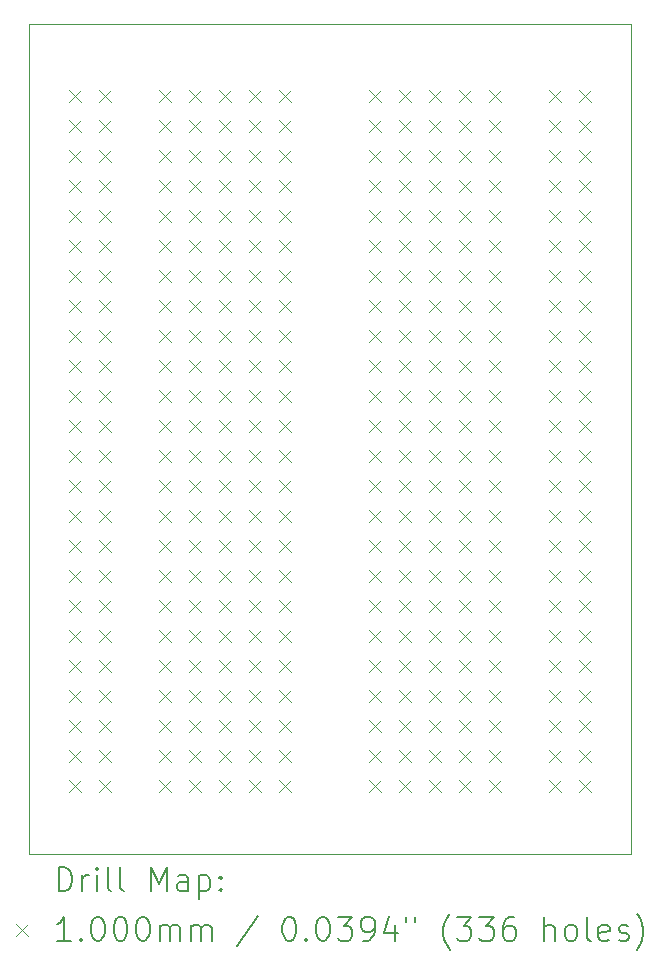
<source format=gbr>
%TF.GenerationSoftware,KiCad,Pcbnew,(6.0.8-1)-1*%
%TF.CreationDate,2022-11-13T23:54:03-06:00*%
%TF.ProjectId,BlocksBreadboard,426c6f63-6b73-4427-9265-6164626f6172,rev?*%
%TF.SameCoordinates,Original*%
%TF.FileFunction,Drillmap*%
%TF.FilePolarity,Positive*%
%FSLAX45Y45*%
G04 Gerber Fmt 4.5, Leading zero omitted, Abs format (unit mm)*
G04 Created by KiCad (PCBNEW (6.0.8-1)-1) date 2022-11-13 23:54:03*
%MOMM*%
%LPD*%
G01*
G04 APERTURE LIST*
%ADD10C,0.100000*%
%ADD11C,0.200000*%
G04 APERTURE END LIST*
D10*
X12053619Y-4470400D02*
X17156381Y-4470400D01*
X17156381Y-4470400D02*
X17156381Y-11496252D01*
X17156381Y-11496252D02*
X12053619Y-11496252D01*
X12053619Y-11496252D02*
X12053619Y-4470400D01*
D11*
D10*
X12396000Y-5031000D02*
X12496000Y-5131000D01*
X12496000Y-5031000D02*
X12396000Y-5131000D01*
X12396000Y-5285000D02*
X12496000Y-5385000D01*
X12496000Y-5285000D02*
X12396000Y-5385000D01*
X12396000Y-5539000D02*
X12496000Y-5639000D01*
X12496000Y-5539000D02*
X12396000Y-5639000D01*
X12396000Y-5793000D02*
X12496000Y-5893000D01*
X12496000Y-5793000D02*
X12396000Y-5893000D01*
X12396000Y-6047000D02*
X12496000Y-6147000D01*
X12496000Y-6047000D02*
X12396000Y-6147000D01*
X12396000Y-6301000D02*
X12496000Y-6401000D01*
X12496000Y-6301000D02*
X12396000Y-6401000D01*
X12396000Y-6555000D02*
X12496000Y-6655000D01*
X12496000Y-6555000D02*
X12396000Y-6655000D01*
X12396000Y-6809000D02*
X12496000Y-6909000D01*
X12496000Y-6809000D02*
X12396000Y-6909000D01*
X12396000Y-7063000D02*
X12496000Y-7163000D01*
X12496000Y-7063000D02*
X12396000Y-7163000D01*
X12396000Y-7317000D02*
X12496000Y-7417000D01*
X12496000Y-7317000D02*
X12396000Y-7417000D01*
X12396000Y-7571000D02*
X12496000Y-7671000D01*
X12496000Y-7571000D02*
X12396000Y-7671000D01*
X12396000Y-7825000D02*
X12496000Y-7925000D01*
X12496000Y-7825000D02*
X12396000Y-7925000D01*
X12396000Y-8079000D02*
X12496000Y-8179000D01*
X12496000Y-8079000D02*
X12396000Y-8179000D01*
X12396000Y-8333000D02*
X12496000Y-8433000D01*
X12496000Y-8333000D02*
X12396000Y-8433000D01*
X12396000Y-8587000D02*
X12496000Y-8687000D01*
X12496000Y-8587000D02*
X12396000Y-8687000D01*
X12396000Y-8841000D02*
X12496000Y-8941000D01*
X12496000Y-8841000D02*
X12396000Y-8941000D01*
X12396000Y-9095000D02*
X12496000Y-9195000D01*
X12496000Y-9095000D02*
X12396000Y-9195000D01*
X12396000Y-9349000D02*
X12496000Y-9449000D01*
X12496000Y-9349000D02*
X12396000Y-9449000D01*
X12396000Y-9603000D02*
X12496000Y-9703000D01*
X12496000Y-9603000D02*
X12396000Y-9703000D01*
X12396000Y-9857000D02*
X12496000Y-9957000D01*
X12496000Y-9857000D02*
X12396000Y-9957000D01*
X12396000Y-10111000D02*
X12496000Y-10211000D01*
X12496000Y-10111000D02*
X12396000Y-10211000D01*
X12396000Y-10365000D02*
X12496000Y-10465000D01*
X12496000Y-10365000D02*
X12396000Y-10465000D01*
X12396000Y-10619000D02*
X12496000Y-10719000D01*
X12496000Y-10619000D02*
X12396000Y-10719000D01*
X12396000Y-10873000D02*
X12496000Y-10973000D01*
X12496000Y-10873000D02*
X12396000Y-10973000D01*
X12650000Y-5031000D02*
X12750000Y-5131000D01*
X12750000Y-5031000D02*
X12650000Y-5131000D01*
X12650000Y-5285000D02*
X12750000Y-5385000D01*
X12750000Y-5285000D02*
X12650000Y-5385000D01*
X12650000Y-5539000D02*
X12750000Y-5639000D01*
X12750000Y-5539000D02*
X12650000Y-5639000D01*
X12650000Y-5793000D02*
X12750000Y-5893000D01*
X12750000Y-5793000D02*
X12650000Y-5893000D01*
X12650000Y-6047000D02*
X12750000Y-6147000D01*
X12750000Y-6047000D02*
X12650000Y-6147000D01*
X12650000Y-6301000D02*
X12750000Y-6401000D01*
X12750000Y-6301000D02*
X12650000Y-6401000D01*
X12650000Y-6555000D02*
X12750000Y-6655000D01*
X12750000Y-6555000D02*
X12650000Y-6655000D01*
X12650000Y-6809000D02*
X12750000Y-6909000D01*
X12750000Y-6809000D02*
X12650000Y-6909000D01*
X12650000Y-7063000D02*
X12750000Y-7163000D01*
X12750000Y-7063000D02*
X12650000Y-7163000D01*
X12650000Y-7317000D02*
X12750000Y-7417000D01*
X12750000Y-7317000D02*
X12650000Y-7417000D01*
X12650000Y-7571000D02*
X12750000Y-7671000D01*
X12750000Y-7571000D02*
X12650000Y-7671000D01*
X12650000Y-7825000D02*
X12750000Y-7925000D01*
X12750000Y-7825000D02*
X12650000Y-7925000D01*
X12650000Y-8079000D02*
X12750000Y-8179000D01*
X12750000Y-8079000D02*
X12650000Y-8179000D01*
X12650000Y-8333000D02*
X12750000Y-8433000D01*
X12750000Y-8333000D02*
X12650000Y-8433000D01*
X12650000Y-8587000D02*
X12750000Y-8687000D01*
X12750000Y-8587000D02*
X12650000Y-8687000D01*
X12650000Y-8841000D02*
X12750000Y-8941000D01*
X12750000Y-8841000D02*
X12650000Y-8941000D01*
X12650000Y-9095000D02*
X12750000Y-9195000D01*
X12750000Y-9095000D02*
X12650000Y-9195000D01*
X12650000Y-9349000D02*
X12750000Y-9449000D01*
X12750000Y-9349000D02*
X12650000Y-9449000D01*
X12650000Y-9603000D02*
X12750000Y-9703000D01*
X12750000Y-9603000D02*
X12650000Y-9703000D01*
X12650000Y-9857000D02*
X12750000Y-9957000D01*
X12750000Y-9857000D02*
X12650000Y-9957000D01*
X12650000Y-10111000D02*
X12750000Y-10211000D01*
X12750000Y-10111000D02*
X12650000Y-10211000D01*
X12650000Y-10365000D02*
X12750000Y-10465000D01*
X12750000Y-10365000D02*
X12650000Y-10465000D01*
X12650000Y-10619000D02*
X12750000Y-10719000D01*
X12750000Y-10619000D02*
X12650000Y-10719000D01*
X12650000Y-10873000D02*
X12750000Y-10973000D01*
X12750000Y-10873000D02*
X12650000Y-10973000D01*
X13158000Y-5031000D02*
X13258000Y-5131000D01*
X13258000Y-5031000D02*
X13158000Y-5131000D01*
X13158000Y-5285000D02*
X13258000Y-5385000D01*
X13258000Y-5285000D02*
X13158000Y-5385000D01*
X13158000Y-5539000D02*
X13258000Y-5639000D01*
X13258000Y-5539000D02*
X13158000Y-5639000D01*
X13158000Y-5793000D02*
X13258000Y-5893000D01*
X13258000Y-5793000D02*
X13158000Y-5893000D01*
X13158000Y-6047000D02*
X13258000Y-6147000D01*
X13258000Y-6047000D02*
X13158000Y-6147000D01*
X13158000Y-6301000D02*
X13258000Y-6401000D01*
X13258000Y-6301000D02*
X13158000Y-6401000D01*
X13158000Y-6555000D02*
X13258000Y-6655000D01*
X13258000Y-6555000D02*
X13158000Y-6655000D01*
X13158000Y-6809000D02*
X13258000Y-6909000D01*
X13258000Y-6809000D02*
X13158000Y-6909000D01*
X13158000Y-7063000D02*
X13258000Y-7163000D01*
X13258000Y-7063000D02*
X13158000Y-7163000D01*
X13158000Y-7317000D02*
X13258000Y-7417000D01*
X13258000Y-7317000D02*
X13158000Y-7417000D01*
X13158000Y-7571000D02*
X13258000Y-7671000D01*
X13258000Y-7571000D02*
X13158000Y-7671000D01*
X13158000Y-7825000D02*
X13258000Y-7925000D01*
X13258000Y-7825000D02*
X13158000Y-7925000D01*
X13158000Y-8079000D02*
X13258000Y-8179000D01*
X13258000Y-8079000D02*
X13158000Y-8179000D01*
X13158000Y-8333000D02*
X13258000Y-8433000D01*
X13258000Y-8333000D02*
X13158000Y-8433000D01*
X13158000Y-8587000D02*
X13258000Y-8687000D01*
X13258000Y-8587000D02*
X13158000Y-8687000D01*
X13158000Y-8841000D02*
X13258000Y-8941000D01*
X13258000Y-8841000D02*
X13158000Y-8941000D01*
X13158000Y-9095000D02*
X13258000Y-9195000D01*
X13258000Y-9095000D02*
X13158000Y-9195000D01*
X13158000Y-9349000D02*
X13258000Y-9449000D01*
X13258000Y-9349000D02*
X13158000Y-9449000D01*
X13158000Y-9603000D02*
X13258000Y-9703000D01*
X13258000Y-9603000D02*
X13158000Y-9703000D01*
X13158000Y-9857000D02*
X13258000Y-9957000D01*
X13258000Y-9857000D02*
X13158000Y-9957000D01*
X13158000Y-10111000D02*
X13258000Y-10211000D01*
X13258000Y-10111000D02*
X13158000Y-10211000D01*
X13158000Y-10365000D02*
X13258000Y-10465000D01*
X13258000Y-10365000D02*
X13158000Y-10465000D01*
X13158000Y-10619000D02*
X13258000Y-10719000D01*
X13258000Y-10619000D02*
X13158000Y-10719000D01*
X13158000Y-10873000D02*
X13258000Y-10973000D01*
X13258000Y-10873000D02*
X13158000Y-10973000D01*
X13412000Y-5031000D02*
X13512000Y-5131000D01*
X13512000Y-5031000D02*
X13412000Y-5131000D01*
X13412000Y-5285000D02*
X13512000Y-5385000D01*
X13512000Y-5285000D02*
X13412000Y-5385000D01*
X13412000Y-5539000D02*
X13512000Y-5639000D01*
X13512000Y-5539000D02*
X13412000Y-5639000D01*
X13412000Y-5793000D02*
X13512000Y-5893000D01*
X13512000Y-5793000D02*
X13412000Y-5893000D01*
X13412000Y-6047000D02*
X13512000Y-6147000D01*
X13512000Y-6047000D02*
X13412000Y-6147000D01*
X13412000Y-6301000D02*
X13512000Y-6401000D01*
X13512000Y-6301000D02*
X13412000Y-6401000D01*
X13412000Y-6555000D02*
X13512000Y-6655000D01*
X13512000Y-6555000D02*
X13412000Y-6655000D01*
X13412000Y-6809000D02*
X13512000Y-6909000D01*
X13512000Y-6809000D02*
X13412000Y-6909000D01*
X13412000Y-7063000D02*
X13512000Y-7163000D01*
X13512000Y-7063000D02*
X13412000Y-7163000D01*
X13412000Y-7317000D02*
X13512000Y-7417000D01*
X13512000Y-7317000D02*
X13412000Y-7417000D01*
X13412000Y-7571000D02*
X13512000Y-7671000D01*
X13512000Y-7571000D02*
X13412000Y-7671000D01*
X13412000Y-7825000D02*
X13512000Y-7925000D01*
X13512000Y-7825000D02*
X13412000Y-7925000D01*
X13412000Y-8079000D02*
X13512000Y-8179000D01*
X13512000Y-8079000D02*
X13412000Y-8179000D01*
X13412000Y-8333000D02*
X13512000Y-8433000D01*
X13512000Y-8333000D02*
X13412000Y-8433000D01*
X13412000Y-8587000D02*
X13512000Y-8687000D01*
X13512000Y-8587000D02*
X13412000Y-8687000D01*
X13412000Y-8841000D02*
X13512000Y-8941000D01*
X13512000Y-8841000D02*
X13412000Y-8941000D01*
X13412000Y-9095000D02*
X13512000Y-9195000D01*
X13512000Y-9095000D02*
X13412000Y-9195000D01*
X13412000Y-9349000D02*
X13512000Y-9449000D01*
X13512000Y-9349000D02*
X13412000Y-9449000D01*
X13412000Y-9603000D02*
X13512000Y-9703000D01*
X13512000Y-9603000D02*
X13412000Y-9703000D01*
X13412000Y-9857000D02*
X13512000Y-9957000D01*
X13512000Y-9857000D02*
X13412000Y-9957000D01*
X13412000Y-10111000D02*
X13512000Y-10211000D01*
X13512000Y-10111000D02*
X13412000Y-10211000D01*
X13412000Y-10365000D02*
X13512000Y-10465000D01*
X13512000Y-10365000D02*
X13412000Y-10465000D01*
X13412000Y-10619000D02*
X13512000Y-10719000D01*
X13512000Y-10619000D02*
X13412000Y-10719000D01*
X13412000Y-10873000D02*
X13512000Y-10973000D01*
X13512000Y-10873000D02*
X13412000Y-10973000D01*
X13666000Y-5031000D02*
X13766000Y-5131000D01*
X13766000Y-5031000D02*
X13666000Y-5131000D01*
X13666000Y-5285000D02*
X13766000Y-5385000D01*
X13766000Y-5285000D02*
X13666000Y-5385000D01*
X13666000Y-5539000D02*
X13766000Y-5639000D01*
X13766000Y-5539000D02*
X13666000Y-5639000D01*
X13666000Y-5793000D02*
X13766000Y-5893000D01*
X13766000Y-5793000D02*
X13666000Y-5893000D01*
X13666000Y-6047000D02*
X13766000Y-6147000D01*
X13766000Y-6047000D02*
X13666000Y-6147000D01*
X13666000Y-6301000D02*
X13766000Y-6401000D01*
X13766000Y-6301000D02*
X13666000Y-6401000D01*
X13666000Y-6555000D02*
X13766000Y-6655000D01*
X13766000Y-6555000D02*
X13666000Y-6655000D01*
X13666000Y-6809000D02*
X13766000Y-6909000D01*
X13766000Y-6809000D02*
X13666000Y-6909000D01*
X13666000Y-7063000D02*
X13766000Y-7163000D01*
X13766000Y-7063000D02*
X13666000Y-7163000D01*
X13666000Y-7317000D02*
X13766000Y-7417000D01*
X13766000Y-7317000D02*
X13666000Y-7417000D01*
X13666000Y-7571000D02*
X13766000Y-7671000D01*
X13766000Y-7571000D02*
X13666000Y-7671000D01*
X13666000Y-7825000D02*
X13766000Y-7925000D01*
X13766000Y-7825000D02*
X13666000Y-7925000D01*
X13666000Y-8079000D02*
X13766000Y-8179000D01*
X13766000Y-8079000D02*
X13666000Y-8179000D01*
X13666000Y-8333000D02*
X13766000Y-8433000D01*
X13766000Y-8333000D02*
X13666000Y-8433000D01*
X13666000Y-8587000D02*
X13766000Y-8687000D01*
X13766000Y-8587000D02*
X13666000Y-8687000D01*
X13666000Y-8841000D02*
X13766000Y-8941000D01*
X13766000Y-8841000D02*
X13666000Y-8941000D01*
X13666000Y-9095000D02*
X13766000Y-9195000D01*
X13766000Y-9095000D02*
X13666000Y-9195000D01*
X13666000Y-9349000D02*
X13766000Y-9449000D01*
X13766000Y-9349000D02*
X13666000Y-9449000D01*
X13666000Y-9603000D02*
X13766000Y-9703000D01*
X13766000Y-9603000D02*
X13666000Y-9703000D01*
X13666000Y-9857000D02*
X13766000Y-9957000D01*
X13766000Y-9857000D02*
X13666000Y-9957000D01*
X13666000Y-10111000D02*
X13766000Y-10211000D01*
X13766000Y-10111000D02*
X13666000Y-10211000D01*
X13666000Y-10365000D02*
X13766000Y-10465000D01*
X13766000Y-10365000D02*
X13666000Y-10465000D01*
X13666000Y-10619000D02*
X13766000Y-10719000D01*
X13766000Y-10619000D02*
X13666000Y-10719000D01*
X13666000Y-10873000D02*
X13766000Y-10973000D01*
X13766000Y-10873000D02*
X13666000Y-10973000D01*
X13920000Y-5031000D02*
X14020000Y-5131000D01*
X14020000Y-5031000D02*
X13920000Y-5131000D01*
X13920000Y-5285000D02*
X14020000Y-5385000D01*
X14020000Y-5285000D02*
X13920000Y-5385000D01*
X13920000Y-5539000D02*
X14020000Y-5639000D01*
X14020000Y-5539000D02*
X13920000Y-5639000D01*
X13920000Y-5793000D02*
X14020000Y-5893000D01*
X14020000Y-5793000D02*
X13920000Y-5893000D01*
X13920000Y-6047000D02*
X14020000Y-6147000D01*
X14020000Y-6047000D02*
X13920000Y-6147000D01*
X13920000Y-6301000D02*
X14020000Y-6401000D01*
X14020000Y-6301000D02*
X13920000Y-6401000D01*
X13920000Y-6555000D02*
X14020000Y-6655000D01*
X14020000Y-6555000D02*
X13920000Y-6655000D01*
X13920000Y-6809000D02*
X14020000Y-6909000D01*
X14020000Y-6809000D02*
X13920000Y-6909000D01*
X13920000Y-7063000D02*
X14020000Y-7163000D01*
X14020000Y-7063000D02*
X13920000Y-7163000D01*
X13920000Y-7317000D02*
X14020000Y-7417000D01*
X14020000Y-7317000D02*
X13920000Y-7417000D01*
X13920000Y-7571000D02*
X14020000Y-7671000D01*
X14020000Y-7571000D02*
X13920000Y-7671000D01*
X13920000Y-7825000D02*
X14020000Y-7925000D01*
X14020000Y-7825000D02*
X13920000Y-7925000D01*
X13920000Y-8079000D02*
X14020000Y-8179000D01*
X14020000Y-8079000D02*
X13920000Y-8179000D01*
X13920000Y-8333000D02*
X14020000Y-8433000D01*
X14020000Y-8333000D02*
X13920000Y-8433000D01*
X13920000Y-8587000D02*
X14020000Y-8687000D01*
X14020000Y-8587000D02*
X13920000Y-8687000D01*
X13920000Y-8841000D02*
X14020000Y-8941000D01*
X14020000Y-8841000D02*
X13920000Y-8941000D01*
X13920000Y-9095000D02*
X14020000Y-9195000D01*
X14020000Y-9095000D02*
X13920000Y-9195000D01*
X13920000Y-9349000D02*
X14020000Y-9449000D01*
X14020000Y-9349000D02*
X13920000Y-9449000D01*
X13920000Y-9603000D02*
X14020000Y-9703000D01*
X14020000Y-9603000D02*
X13920000Y-9703000D01*
X13920000Y-9857000D02*
X14020000Y-9957000D01*
X14020000Y-9857000D02*
X13920000Y-9957000D01*
X13920000Y-10111000D02*
X14020000Y-10211000D01*
X14020000Y-10111000D02*
X13920000Y-10211000D01*
X13920000Y-10365000D02*
X14020000Y-10465000D01*
X14020000Y-10365000D02*
X13920000Y-10465000D01*
X13920000Y-10619000D02*
X14020000Y-10719000D01*
X14020000Y-10619000D02*
X13920000Y-10719000D01*
X13920000Y-10873000D02*
X14020000Y-10973000D01*
X14020000Y-10873000D02*
X13920000Y-10973000D01*
X14174000Y-5031000D02*
X14274000Y-5131000D01*
X14274000Y-5031000D02*
X14174000Y-5131000D01*
X14174000Y-5285000D02*
X14274000Y-5385000D01*
X14274000Y-5285000D02*
X14174000Y-5385000D01*
X14174000Y-5539000D02*
X14274000Y-5639000D01*
X14274000Y-5539000D02*
X14174000Y-5639000D01*
X14174000Y-5793000D02*
X14274000Y-5893000D01*
X14274000Y-5793000D02*
X14174000Y-5893000D01*
X14174000Y-6047000D02*
X14274000Y-6147000D01*
X14274000Y-6047000D02*
X14174000Y-6147000D01*
X14174000Y-6301000D02*
X14274000Y-6401000D01*
X14274000Y-6301000D02*
X14174000Y-6401000D01*
X14174000Y-6555000D02*
X14274000Y-6655000D01*
X14274000Y-6555000D02*
X14174000Y-6655000D01*
X14174000Y-6809000D02*
X14274000Y-6909000D01*
X14274000Y-6809000D02*
X14174000Y-6909000D01*
X14174000Y-7063000D02*
X14274000Y-7163000D01*
X14274000Y-7063000D02*
X14174000Y-7163000D01*
X14174000Y-7317000D02*
X14274000Y-7417000D01*
X14274000Y-7317000D02*
X14174000Y-7417000D01*
X14174000Y-7571000D02*
X14274000Y-7671000D01*
X14274000Y-7571000D02*
X14174000Y-7671000D01*
X14174000Y-7825000D02*
X14274000Y-7925000D01*
X14274000Y-7825000D02*
X14174000Y-7925000D01*
X14174000Y-8079000D02*
X14274000Y-8179000D01*
X14274000Y-8079000D02*
X14174000Y-8179000D01*
X14174000Y-8333000D02*
X14274000Y-8433000D01*
X14274000Y-8333000D02*
X14174000Y-8433000D01*
X14174000Y-8587000D02*
X14274000Y-8687000D01*
X14274000Y-8587000D02*
X14174000Y-8687000D01*
X14174000Y-8841000D02*
X14274000Y-8941000D01*
X14274000Y-8841000D02*
X14174000Y-8941000D01*
X14174000Y-9095000D02*
X14274000Y-9195000D01*
X14274000Y-9095000D02*
X14174000Y-9195000D01*
X14174000Y-9349000D02*
X14274000Y-9449000D01*
X14274000Y-9349000D02*
X14174000Y-9449000D01*
X14174000Y-9603000D02*
X14274000Y-9703000D01*
X14274000Y-9603000D02*
X14174000Y-9703000D01*
X14174000Y-9857000D02*
X14274000Y-9957000D01*
X14274000Y-9857000D02*
X14174000Y-9957000D01*
X14174000Y-10111000D02*
X14274000Y-10211000D01*
X14274000Y-10111000D02*
X14174000Y-10211000D01*
X14174000Y-10365000D02*
X14274000Y-10465000D01*
X14274000Y-10365000D02*
X14174000Y-10465000D01*
X14174000Y-10619000D02*
X14274000Y-10719000D01*
X14274000Y-10619000D02*
X14174000Y-10719000D01*
X14174000Y-10873000D02*
X14274000Y-10973000D01*
X14274000Y-10873000D02*
X14174000Y-10973000D01*
X14936000Y-5031000D02*
X15036000Y-5131000D01*
X15036000Y-5031000D02*
X14936000Y-5131000D01*
X14936000Y-5285000D02*
X15036000Y-5385000D01*
X15036000Y-5285000D02*
X14936000Y-5385000D01*
X14936000Y-5539000D02*
X15036000Y-5639000D01*
X15036000Y-5539000D02*
X14936000Y-5639000D01*
X14936000Y-5793000D02*
X15036000Y-5893000D01*
X15036000Y-5793000D02*
X14936000Y-5893000D01*
X14936000Y-6047000D02*
X15036000Y-6147000D01*
X15036000Y-6047000D02*
X14936000Y-6147000D01*
X14936000Y-6301000D02*
X15036000Y-6401000D01*
X15036000Y-6301000D02*
X14936000Y-6401000D01*
X14936000Y-6555000D02*
X15036000Y-6655000D01*
X15036000Y-6555000D02*
X14936000Y-6655000D01*
X14936000Y-6809000D02*
X15036000Y-6909000D01*
X15036000Y-6809000D02*
X14936000Y-6909000D01*
X14936000Y-7063000D02*
X15036000Y-7163000D01*
X15036000Y-7063000D02*
X14936000Y-7163000D01*
X14936000Y-7317000D02*
X15036000Y-7417000D01*
X15036000Y-7317000D02*
X14936000Y-7417000D01*
X14936000Y-7571000D02*
X15036000Y-7671000D01*
X15036000Y-7571000D02*
X14936000Y-7671000D01*
X14936000Y-7825000D02*
X15036000Y-7925000D01*
X15036000Y-7825000D02*
X14936000Y-7925000D01*
X14936000Y-8079000D02*
X15036000Y-8179000D01*
X15036000Y-8079000D02*
X14936000Y-8179000D01*
X14936000Y-8333000D02*
X15036000Y-8433000D01*
X15036000Y-8333000D02*
X14936000Y-8433000D01*
X14936000Y-8587000D02*
X15036000Y-8687000D01*
X15036000Y-8587000D02*
X14936000Y-8687000D01*
X14936000Y-8841000D02*
X15036000Y-8941000D01*
X15036000Y-8841000D02*
X14936000Y-8941000D01*
X14936000Y-9095000D02*
X15036000Y-9195000D01*
X15036000Y-9095000D02*
X14936000Y-9195000D01*
X14936000Y-9349000D02*
X15036000Y-9449000D01*
X15036000Y-9349000D02*
X14936000Y-9449000D01*
X14936000Y-9603000D02*
X15036000Y-9703000D01*
X15036000Y-9603000D02*
X14936000Y-9703000D01*
X14936000Y-9857000D02*
X15036000Y-9957000D01*
X15036000Y-9857000D02*
X14936000Y-9957000D01*
X14936000Y-10111000D02*
X15036000Y-10211000D01*
X15036000Y-10111000D02*
X14936000Y-10211000D01*
X14936000Y-10365000D02*
X15036000Y-10465000D01*
X15036000Y-10365000D02*
X14936000Y-10465000D01*
X14936000Y-10619000D02*
X15036000Y-10719000D01*
X15036000Y-10619000D02*
X14936000Y-10719000D01*
X14936000Y-10873000D02*
X15036000Y-10973000D01*
X15036000Y-10873000D02*
X14936000Y-10973000D01*
X15190000Y-5031000D02*
X15290000Y-5131000D01*
X15290000Y-5031000D02*
X15190000Y-5131000D01*
X15190000Y-5285000D02*
X15290000Y-5385000D01*
X15290000Y-5285000D02*
X15190000Y-5385000D01*
X15190000Y-5539000D02*
X15290000Y-5639000D01*
X15290000Y-5539000D02*
X15190000Y-5639000D01*
X15190000Y-5793000D02*
X15290000Y-5893000D01*
X15290000Y-5793000D02*
X15190000Y-5893000D01*
X15190000Y-6047000D02*
X15290000Y-6147000D01*
X15290000Y-6047000D02*
X15190000Y-6147000D01*
X15190000Y-6301000D02*
X15290000Y-6401000D01*
X15290000Y-6301000D02*
X15190000Y-6401000D01*
X15190000Y-6555000D02*
X15290000Y-6655000D01*
X15290000Y-6555000D02*
X15190000Y-6655000D01*
X15190000Y-6809000D02*
X15290000Y-6909000D01*
X15290000Y-6809000D02*
X15190000Y-6909000D01*
X15190000Y-7063000D02*
X15290000Y-7163000D01*
X15290000Y-7063000D02*
X15190000Y-7163000D01*
X15190000Y-7317000D02*
X15290000Y-7417000D01*
X15290000Y-7317000D02*
X15190000Y-7417000D01*
X15190000Y-7571000D02*
X15290000Y-7671000D01*
X15290000Y-7571000D02*
X15190000Y-7671000D01*
X15190000Y-7825000D02*
X15290000Y-7925000D01*
X15290000Y-7825000D02*
X15190000Y-7925000D01*
X15190000Y-8079000D02*
X15290000Y-8179000D01*
X15290000Y-8079000D02*
X15190000Y-8179000D01*
X15190000Y-8333000D02*
X15290000Y-8433000D01*
X15290000Y-8333000D02*
X15190000Y-8433000D01*
X15190000Y-8587000D02*
X15290000Y-8687000D01*
X15290000Y-8587000D02*
X15190000Y-8687000D01*
X15190000Y-8841000D02*
X15290000Y-8941000D01*
X15290000Y-8841000D02*
X15190000Y-8941000D01*
X15190000Y-9095000D02*
X15290000Y-9195000D01*
X15290000Y-9095000D02*
X15190000Y-9195000D01*
X15190000Y-9349000D02*
X15290000Y-9449000D01*
X15290000Y-9349000D02*
X15190000Y-9449000D01*
X15190000Y-9603000D02*
X15290000Y-9703000D01*
X15290000Y-9603000D02*
X15190000Y-9703000D01*
X15190000Y-9857000D02*
X15290000Y-9957000D01*
X15290000Y-9857000D02*
X15190000Y-9957000D01*
X15190000Y-10111000D02*
X15290000Y-10211000D01*
X15290000Y-10111000D02*
X15190000Y-10211000D01*
X15190000Y-10365000D02*
X15290000Y-10465000D01*
X15290000Y-10365000D02*
X15190000Y-10465000D01*
X15190000Y-10619000D02*
X15290000Y-10719000D01*
X15290000Y-10619000D02*
X15190000Y-10719000D01*
X15190000Y-10873000D02*
X15290000Y-10973000D01*
X15290000Y-10873000D02*
X15190000Y-10973000D01*
X15444000Y-5031000D02*
X15544000Y-5131000D01*
X15544000Y-5031000D02*
X15444000Y-5131000D01*
X15444000Y-5285000D02*
X15544000Y-5385000D01*
X15544000Y-5285000D02*
X15444000Y-5385000D01*
X15444000Y-5539000D02*
X15544000Y-5639000D01*
X15544000Y-5539000D02*
X15444000Y-5639000D01*
X15444000Y-5793000D02*
X15544000Y-5893000D01*
X15544000Y-5793000D02*
X15444000Y-5893000D01*
X15444000Y-6047000D02*
X15544000Y-6147000D01*
X15544000Y-6047000D02*
X15444000Y-6147000D01*
X15444000Y-6301000D02*
X15544000Y-6401000D01*
X15544000Y-6301000D02*
X15444000Y-6401000D01*
X15444000Y-6555000D02*
X15544000Y-6655000D01*
X15544000Y-6555000D02*
X15444000Y-6655000D01*
X15444000Y-6809000D02*
X15544000Y-6909000D01*
X15544000Y-6809000D02*
X15444000Y-6909000D01*
X15444000Y-7063000D02*
X15544000Y-7163000D01*
X15544000Y-7063000D02*
X15444000Y-7163000D01*
X15444000Y-7317000D02*
X15544000Y-7417000D01*
X15544000Y-7317000D02*
X15444000Y-7417000D01*
X15444000Y-7571000D02*
X15544000Y-7671000D01*
X15544000Y-7571000D02*
X15444000Y-7671000D01*
X15444000Y-7825000D02*
X15544000Y-7925000D01*
X15544000Y-7825000D02*
X15444000Y-7925000D01*
X15444000Y-8079000D02*
X15544000Y-8179000D01*
X15544000Y-8079000D02*
X15444000Y-8179000D01*
X15444000Y-8333000D02*
X15544000Y-8433000D01*
X15544000Y-8333000D02*
X15444000Y-8433000D01*
X15444000Y-8587000D02*
X15544000Y-8687000D01*
X15544000Y-8587000D02*
X15444000Y-8687000D01*
X15444000Y-8841000D02*
X15544000Y-8941000D01*
X15544000Y-8841000D02*
X15444000Y-8941000D01*
X15444000Y-9095000D02*
X15544000Y-9195000D01*
X15544000Y-9095000D02*
X15444000Y-9195000D01*
X15444000Y-9349000D02*
X15544000Y-9449000D01*
X15544000Y-9349000D02*
X15444000Y-9449000D01*
X15444000Y-9603000D02*
X15544000Y-9703000D01*
X15544000Y-9603000D02*
X15444000Y-9703000D01*
X15444000Y-9857000D02*
X15544000Y-9957000D01*
X15544000Y-9857000D02*
X15444000Y-9957000D01*
X15444000Y-10111000D02*
X15544000Y-10211000D01*
X15544000Y-10111000D02*
X15444000Y-10211000D01*
X15444000Y-10365000D02*
X15544000Y-10465000D01*
X15544000Y-10365000D02*
X15444000Y-10465000D01*
X15444000Y-10619000D02*
X15544000Y-10719000D01*
X15544000Y-10619000D02*
X15444000Y-10719000D01*
X15444000Y-10873000D02*
X15544000Y-10973000D01*
X15544000Y-10873000D02*
X15444000Y-10973000D01*
X15698000Y-5031000D02*
X15798000Y-5131000D01*
X15798000Y-5031000D02*
X15698000Y-5131000D01*
X15698000Y-5285000D02*
X15798000Y-5385000D01*
X15798000Y-5285000D02*
X15698000Y-5385000D01*
X15698000Y-5539000D02*
X15798000Y-5639000D01*
X15798000Y-5539000D02*
X15698000Y-5639000D01*
X15698000Y-5793000D02*
X15798000Y-5893000D01*
X15798000Y-5793000D02*
X15698000Y-5893000D01*
X15698000Y-6047000D02*
X15798000Y-6147000D01*
X15798000Y-6047000D02*
X15698000Y-6147000D01*
X15698000Y-6301000D02*
X15798000Y-6401000D01*
X15798000Y-6301000D02*
X15698000Y-6401000D01*
X15698000Y-6555000D02*
X15798000Y-6655000D01*
X15798000Y-6555000D02*
X15698000Y-6655000D01*
X15698000Y-6809000D02*
X15798000Y-6909000D01*
X15798000Y-6809000D02*
X15698000Y-6909000D01*
X15698000Y-7063000D02*
X15798000Y-7163000D01*
X15798000Y-7063000D02*
X15698000Y-7163000D01*
X15698000Y-7317000D02*
X15798000Y-7417000D01*
X15798000Y-7317000D02*
X15698000Y-7417000D01*
X15698000Y-7571000D02*
X15798000Y-7671000D01*
X15798000Y-7571000D02*
X15698000Y-7671000D01*
X15698000Y-7825000D02*
X15798000Y-7925000D01*
X15798000Y-7825000D02*
X15698000Y-7925000D01*
X15698000Y-8079000D02*
X15798000Y-8179000D01*
X15798000Y-8079000D02*
X15698000Y-8179000D01*
X15698000Y-8333000D02*
X15798000Y-8433000D01*
X15798000Y-8333000D02*
X15698000Y-8433000D01*
X15698000Y-8587000D02*
X15798000Y-8687000D01*
X15798000Y-8587000D02*
X15698000Y-8687000D01*
X15698000Y-8841000D02*
X15798000Y-8941000D01*
X15798000Y-8841000D02*
X15698000Y-8941000D01*
X15698000Y-9095000D02*
X15798000Y-9195000D01*
X15798000Y-9095000D02*
X15698000Y-9195000D01*
X15698000Y-9349000D02*
X15798000Y-9449000D01*
X15798000Y-9349000D02*
X15698000Y-9449000D01*
X15698000Y-9603000D02*
X15798000Y-9703000D01*
X15798000Y-9603000D02*
X15698000Y-9703000D01*
X15698000Y-9857000D02*
X15798000Y-9957000D01*
X15798000Y-9857000D02*
X15698000Y-9957000D01*
X15698000Y-10111000D02*
X15798000Y-10211000D01*
X15798000Y-10111000D02*
X15698000Y-10211000D01*
X15698000Y-10365000D02*
X15798000Y-10465000D01*
X15798000Y-10365000D02*
X15698000Y-10465000D01*
X15698000Y-10619000D02*
X15798000Y-10719000D01*
X15798000Y-10619000D02*
X15698000Y-10719000D01*
X15698000Y-10873000D02*
X15798000Y-10973000D01*
X15798000Y-10873000D02*
X15698000Y-10973000D01*
X15952000Y-5031000D02*
X16052000Y-5131000D01*
X16052000Y-5031000D02*
X15952000Y-5131000D01*
X15952000Y-5285000D02*
X16052000Y-5385000D01*
X16052000Y-5285000D02*
X15952000Y-5385000D01*
X15952000Y-5539000D02*
X16052000Y-5639000D01*
X16052000Y-5539000D02*
X15952000Y-5639000D01*
X15952000Y-5793000D02*
X16052000Y-5893000D01*
X16052000Y-5793000D02*
X15952000Y-5893000D01*
X15952000Y-6047000D02*
X16052000Y-6147000D01*
X16052000Y-6047000D02*
X15952000Y-6147000D01*
X15952000Y-6301000D02*
X16052000Y-6401000D01*
X16052000Y-6301000D02*
X15952000Y-6401000D01*
X15952000Y-6555000D02*
X16052000Y-6655000D01*
X16052000Y-6555000D02*
X15952000Y-6655000D01*
X15952000Y-6809000D02*
X16052000Y-6909000D01*
X16052000Y-6809000D02*
X15952000Y-6909000D01*
X15952000Y-7063000D02*
X16052000Y-7163000D01*
X16052000Y-7063000D02*
X15952000Y-7163000D01*
X15952000Y-7317000D02*
X16052000Y-7417000D01*
X16052000Y-7317000D02*
X15952000Y-7417000D01*
X15952000Y-7571000D02*
X16052000Y-7671000D01*
X16052000Y-7571000D02*
X15952000Y-7671000D01*
X15952000Y-7825000D02*
X16052000Y-7925000D01*
X16052000Y-7825000D02*
X15952000Y-7925000D01*
X15952000Y-8079000D02*
X16052000Y-8179000D01*
X16052000Y-8079000D02*
X15952000Y-8179000D01*
X15952000Y-8333000D02*
X16052000Y-8433000D01*
X16052000Y-8333000D02*
X15952000Y-8433000D01*
X15952000Y-8587000D02*
X16052000Y-8687000D01*
X16052000Y-8587000D02*
X15952000Y-8687000D01*
X15952000Y-8841000D02*
X16052000Y-8941000D01*
X16052000Y-8841000D02*
X15952000Y-8941000D01*
X15952000Y-9095000D02*
X16052000Y-9195000D01*
X16052000Y-9095000D02*
X15952000Y-9195000D01*
X15952000Y-9349000D02*
X16052000Y-9449000D01*
X16052000Y-9349000D02*
X15952000Y-9449000D01*
X15952000Y-9603000D02*
X16052000Y-9703000D01*
X16052000Y-9603000D02*
X15952000Y-9703000D01*
X15952000Y-9857000D02*
X16052000Y-9957000D01*
X16052000Y-9857000D02*
X15952000Y-9957000D01*
X15952000Y-10111000D02*
X16052000Y-10211000D01*
X16052000Y-10111000D02*
X15952000Y-10211000D01*
X15952000Y-10365000D02*
X16052000Y-10465000D01*
X16052000Y-10365000D02*
X15952000Y-10465000D01*
X15952000Y-10619000D02*
X16052000Y-10719000D01*
X16052000Y-10619000D02*
X15952000Y-10719000D01*
X15952000Y-10873000D02*
X16052000Y-10973000D01*
X16052000Y-10873000D02*
X15952000Y-10973000D01*
X16460000Y-5031000D02*
X16560000Y-5131000D01*
X16560000Y-5031000D02*
X16460000Y-5131000D01*
X16460000Y-5285000D02*
X16560000Y-5385000D01*
X16560000Y-5285000D02*
X16460000Y-5385000D01*
X16460000Y-5539000D02*
X16560000Y-5639000D01*
X16560000Y-5539000D02*
X16460000Y-5639000D01*
X16460000Y-5793000D02*
X16560000Y-5893000D01*
X16560000Y-5793000D02*
X16460000Y-5893000D01*
X16460000Y-6047000D02*
X16560000Y-6147000D01*
X16560000Y-6047000D02*
X16460000Y-6147000D01*
X16460000Y-6301000D02*
X16560000Y-6401000D01*
X16560000Y-6301000D02*
X16460000Y-6401000D01*
X16460000Y-6555000D02*
X16560000Y-6655000D01*
X16560000Y-6555000D02*
X16460000Y-6655000D01*
X16460000Y-6809000D02*
X16560000Y-6909000D01*
X16560000Y-6809000D02*
X16460000Y-6909000D01*
X16460000Y-7063000D02*
X16560000Y-7163000D01*
X16560000Y-7063000D02*
X16460000Y-7163000D01*
X16460000Y-7317000D02*
X16560000Y-7417000D01*
X16560000Y-7317000D02*
X16460000Y-7417000D01*
X16460000Y-7571000D02*
X16560000Y-7671000D01*
X16560000Y-7571000D02*
X16460000Y-7671000D01*
X16460000Y-7825000D02*
X16560000Y-7925000D01*
X16560000Y-7825000D02*
X16460000Y-7925000D01*
X16460000Y-8079000D02*
X16560000Y-8179000D01*
X16560000Y-8079000D02*
X16460000Y-8179000D01*
X16460000Y-8333000D02*
X16560000Y-8433000D01*
X16560000Y-8333000D02*
X16460000Y-8433000D01*
X16460000Y-8587000D02*
X16560000Y-8687000D01*
X16560000Y-8587000D02*
X16460000Y-8687000D01*
X16460000Y-8841000D02*
X16560000Y-8941000D01*
X16560000Y-8841000D02*
X16460000Y-8941000D01*
X16460000Y-9095000D02*
X16560000Y-9195000D01*
X16560000Y-9095000D02*
X16460000Y-9195000D01*
X16460000Y-9349000D02*
X16560000Y-9449000D01*
X16560000Y-9349000D02*
X16460000Y-9449000D01*
X16460000Y-9603000D02*
X16560000Y-9703000D01*
X16560000Y-9603000D02*
X16460000Y-9703000D01*
X16460000Y-9857000D02*
X16560000Y-9957000D01*
X16560000Y-9857000D02*
X16460000Y-9957000D01*
X16460000Y-10111000D02*
X16560000Y-10211000D01*
X16560000Y-10111000D02*
X16460000Y-10211000D01*
X16460000Y-10365000D02*
X16560000Y-10465000D01*
X16560000Y-10365000D02*
X16460000Y-10465000D01*
X16460000Y-10619000D02*
X16560000Y-10719000D01*
X16560000Y-10619000D02*
X16460000Y-10719000D01*
X16460000Y-10873000D02*
X16560000Y-10973000D01*
X16560000Y-10873000D02*
X16460000Y-10973000D01*
X16714000Y-5031000D02*
X16814000Y-5131000D01*
X16814000Y-5031000D02*
X16714000Y-5131000D01*
X16714000Y-5285000D02*
X16814000Y-5385000D01*
X16814000Y-5285000D02*
X16714000Y-5385000D01*
X16714000Y-5539000D02*
X16814000Y-5639000D01*
X16814000Y-5539000D02*
X16714000Y-5639000D01*
X16714000Y-5793000D02*
X16814000Y-5893000D01*
X16814000Y-5793000D02*
X16714000Y-5893000D01*
X16714000Y-6047000D02*
X16814000Y-6147000D01*
X16814000Y-6047000D02*
X16714000Y-6147000D01*
X16714000Y-6301000D02*
X16814000Y-6401000D01*
X16814000Y-6301000D02*
X16714000Y-6401000D01*
X16714000Y-6555000D02*
X16814000Y-6655000D01*
X16814000Y-6555000D02*
X16714000Y-6655000D01*
X16714000Y-6809000D02*
X16814000Y-6909000D01*
X16814000Y-6809000D02*
X16714000Y-6909000D01*
X16714000Y-7063000D02*
X16814000Y-7163000D01*
X16814000Y-7063000D02*
X16714000Y-7163000D01*
X16714000Y-7317000D02*
X16814000Y-7417000D01*
X16814000Y-7317000D02*
X16714000Y-7417000D01*
X16714000Y-7571000D02*
X16814000Y-7671000D01*
X16814000Y-7571000D02*
X16714000Y-7671000D01*
X16714000Y-7825000D02*
X16814000Y-7925000D01*
X16814000Y-7825000D02*
X16714000Y-7925000D01*
X16714000Y-8079000D02*
X16814000Y-8179000D01*
X16814000Y-8079000D02*
X16714000Y-8179000D01*
X16714000Y-8333000D02*
X16814000Y-8433000D01*
X16814000Y-8333000D02*
X16714000Y-8433000D01*
X16714000Y-8587000D02*
X16814000Y-8687000D01*
X16814000Y-8587000D02*
X16714000Y-8687000D01*
X16714000Y-8841000D02*
X16814000Y-8941000D01*
X16814000Y-8841000D02*
X16714000Y-8941000D01*
X16714000Y-9095000D02*
X16814000Y-9195000D01*
X16814000Y-9095000D02*
X16714000Y-9195000D01*
X16714000Y-9349000D02*
X16814000Y-9449000D01*
X16814000Y-9349000D02*
X16714000Y-9449000D01*
X16714000Y-9603000D02*
X16814000Y-9703000D01*
X16814000Y-9603000D02*
X16714000Y-9703000D01*
X16714000Y-9857000D02*
X16814000Y-9957000D01*
X16814000Y-9857000D02*
X16714000Y-9957000D01*
X16714000Y-10111000D02*
X16814000Y-10211000D01*
X16814000Y-10111000D02*
X16714000Y-10211000D01*
X16714000Y-10365000D02*
X16814000Y-10465000D01*
X16814000Y-10365000D02*
X16714000Y-10465000D01*
X16714000Y-10619000D02*
X16814000Y-10719000D01*
X16814000Y-10619000D02*
X16714000Y-10719000D01*
X16714000Y-10873000D02*
X16814000Y-10973000D01*
X16814000Y-10873000D02*
X16714000Y-10973000D01*
D11*
X12306238Y-11811728D02*
X12306238Y-11611728D01*
X12353857Y-11611728D01*
X12382428Y-11621252D01*
X12401476Y-11640300D01*
X12411000Y-11659347D01*
X12420524Y-11697442D01*
X12420524Y-11726014D01*
X12411000Y-11764109D01*
X12401476Y-11783157D01*
X12382428Y-11802204D01*
X12353857Y-11811728D01*
X12306238Y-11811728D01*
X12506238Y-11811728D02*
X12506238Y-11678395D01*
X12506238Y-11716490D02*
X12515762Y-11697442D01*
X12525286Y-11687919D01*
X12544333Y-11678395D01*
X12563381Y-11678395D01*
X12630047Y-11811728D02*
X12630047Y-11678395D01*
X12630047Y-11611728D02*
X12620524Y-11621252D01*
X12630047Y-11630776D01*
X12639571Y-11621252D01*
X12630047Y-11611728D01*
X12630047Y-11630776D01*
X12753857Y-11811728D02*
X12734809Y-11802204D01*
X12725286Y-11783157D01*
X12725286Y-11611728D01*
X12858619Y-11811728D02*
X12839571Y-11802204D01*
X12830047Y-11783157D01*
X12830047Y-11611728D01*
X13087190Y-11811728D02*
X13087190Y-11611728D01*
X13153857Y-11754585D01*
X13220524Y-11611728D01*
X13220524Y-11811728D01*
X13401476Y-11811728D02*
X13401476Y-11706966D01*
X13391952Y-11687919D01*
X13372905Y-11678395D01*
X13334809Y-11678395D01*
X13315762Y-11687919D01*
X13401476Y-11802204D02*
X13382428Y-11811728D01*
X13334809Y-11811728D01*
X13315762Y-11802204D01*
X13306238Y-11783157D01*
X13306238Y-11764109D01*
X13315762Y-11745062D01*
X13334809Y-11735538D01*
X13382428Y-11735538D01*
X13401476Y-11726014D01*
X13496714Y-11678395D02*
X13496714Y-11878395D01*
X13496714Y-11687919D02*
X13515762Y-11678395D01*
X13553857Y-11678395D01*
X13572905Y-11687919D01*
X13582428Y-11697442D01*
X13591952Y-11716490D01*
X13591952Y-11773633D01*
X13582428Y-11792681D01*
X13572905Y-11802204D01*
X13553857Y-11811728D01*
X13515762Y-11811728D01*
X13496714Y-11802204D01*
X13677667Y-11792681D02*
X13687190Y-11802204D01*
X13677667Y-11811728D01*
X13668143Y-11802204D01*
X13677667Y-11792681D01*
X13677667Y-11811728D01*
X13677667Y-11687919D02*
X13687190Y-11697442D01*
X13677667Y-11706966D01*
X13668143Y-11697442D01*
X13677667Y-11687919D01*
X13677667Y-11706966D01*
D10*
X11948619Y-12091252D02*
X12048619Y-12191252D01*
X12048619Y-12091252D02*
X11948619Y-12191252D01*
D11*
X12411000Y-12231728D02*
X12296714Y-12231728D01*
X12353857Y-12231728D02*
X12353857Y-12031728D01*
X12334809Y-12060300D01*
X12315762Y-12079347D01*
X12296714Y-12088871D01*
X12496714Y-12212681D02*
X12506238Y-12222204D01*
X12496714Y-12231728D01*
X12487190Y-12222204D01*
X12496714Y-12212681D01*
X12496714Y-12231728D01*
X12630047Y-12031728D02*
X12649095Y-12031728D01*
X12668143Y-12041252D01*
X12677667Y-12050776D01*
X12687190Y-12069823D01*
X12696714Y-12107919D01*
X12696714Y-12155538D01*
X12687190Y-12193633D01*
X12677667Y-12212681D01*
X12668143Y-12222204D01*
X12649095Y-12231728D01*
X12630047Y-12231728D01*
X12611000Y-12222204D01*
X12601476Y-12212681D01*
X12591952Y-12193633D01*
X12582428Y-12155538D01*
X12582428Y-12107919D01*
X12591952Y-12069823D01*
X12601476Y-12050776D01*
X12611000Y-12041252D01*
X12630047Y-12031728D01*
X12820524Y-12031728D02*
X12839571Y-12031728D01*
X12858619Y-12041252D01*
X12868143Y-12050776D01*
X12877667Y-12069823D01*
X12887190Y-12107919D01*
X12887190Y-12155538D01*
X12877667Y-12193633D01*
X12868143Y-12212681D01*
X12858619Y-12222204D01*
X12839571Y-12231728D01*
X12820524Y-12231728D01*
X12801476Y-12222204D01*
X12791952Y-12212681D01*
X12782428Y-12193633D01*
X12772905Y-12155538D01*
X12772905Y-12107919D01*
X12782428Y-12069823D01*
X12791952Y-12050776D01*
X12801476Y-12041252D01*
X12820524Y-12031728D01*
X13011000Y-12031728D02*
X13030047Y-12031728D01*
X13049095Y-12041252D01*
X13058619Y-12050776D01*
X13068143Y-12069823D01*
X13077667Y-12107919D01*
X13077667Y-12155538D01*
X13068143Y-12193633D01*
X13058619Y-12212681D01*
X13049095Y-12222204D01*
X13030047Y-12231728D01*
X13011000Y-12231728D01*
X12991952Y-12222204D01*
X12982428Y-12212681D01*
X12972905Y-12193633D01*
X12963381Y-12155538D01*
X12963381Y-12107919D01*
X12972905Y-12069823D01*
X12982428Y-12050776D01*
X12991952Y-12041252D01*
X13011000Y-12031728D01*
X13163381Y-12231728D02*
X13163381Y-12098395D01*
X13163381Y-12117442D02*
X13172905Y-12107919D01*
X13191952Y-12098395D01*
X13220524Y-12098395D01*
X13239571Y-12107919D01*
X13249095Y-12126966D01*
X13249095Y-12231728D01*
X13249095Y-12126966D02*
X13258619Y-12107919D01*
X13277667Y-12098395D01*
X13306238Y-12098395D01*
X13325286Y-12107919D01*
X13334809Y-12126966D01*
X13334809Y-12231728D01*
X13430047Y-12231728D02*
X13430047Y-12098395D01*
X13430047Y-12117442D02*
X13439571Y-12107919D01*
X13458619Y-12098395D01*
X13487190Y-12098395D01*
X13506238Y-12107919D01*
X13515762Y-12126966D01*
X13515762Y-12231728D01*
X13515762Y-12126966D02*
X13525286Y-12107919D01*
X13544333Y-12098395D01*
X13572905Y-12098395D01*
X13591952Y-12107919D01*
X13601476Y-12126966D01*
X13601476Y-12231728D01*
X13991952Y-12022204D02*
X13820524Y-12279347D01*
X14249095Y-12031728D02*
X14268143Y-12031728D01*
X14287190Y-12041252D01*
X14296714Y-12050776D01*
X14306238Y-12069823D01*
X14315762Y-12107919D01*
X14315762Y-12155538D01*
X14306238Y-12193633D01*
X14296714Y-12212681D01*
X14287190Y-12222204D01*
X14268143Y-12231728D01*
X14249095Y-12231728D01*
X14230047Y-12222204D01*
X14220524Y-12212681D01*
X14211000Y-12193633D01*
X14201476Y-12155538D01*
X14201476Y-12107919D01*
X14211000Y-12069823D01*
X14220524Y-12050776D01*
X14230047Y-12041252D01*
X14249095Y-12031728D01*
X14401476Y-12212681D02*
X14411000Y-12222204D01*
X14401476Y-12231728D01*
X14391952Y-12222204D01*
X14401476Y-12212681D01*
X14401476Y-12231728D01*
X14534809Y-12031728D02*
X14553857Y-12031728D01*
X14572905Y-12041252D01*
X14582428Y-12050776D01*
X14591952Y-12069823D01*
X14601476Y-12107919D01*
X14601476Y-12155538D01*
X14591952Y-12193633D01*
X14582428Y-12212681D01*
X14572905Y-12222204D01*
X14553857Y-12231728D01*
X14534809Y-12231728D01*
X14515762Y-12222204D01*
X14506238Y-12212681D01*
X14496714Y-12193633D01*
X14487190Y-12155538D01*
X14487190Y-12107919D01*
X14496714Y-12069823D01*
X14506238Y-12050776D01*
X14515762Y-12041252D01*
X14534809Y-12031728D01*
X14668143Y-12031728D02*
X14791952Y-12031728D01*
X14725286Y-12107919D01*
X14753857Y-12107919D01*
X14772905Y-12117442D01*
X14782428Y-12126966D01*
X14791952Y-12146014D01*
X14791952Y-12193633D01*
X14782428Y-12212681D01*
X14772905Y-12222204D01*
X14753857Y-12231728D01*
X14696714Y-12231728D01*
X14677667Y-12222204D01*
X14668143Y-12212681D01*
X14887190Y-12231728D02*
X14925286Y-12231728D01*
X14944333Y-12222204D01*
X14953857Y-12212681D01*
X14972905Y-12184109D01*
X14982428Y-12146014D01*
X14982428Y-12069823D01*
X14972905Y-12050776D01*
X14963381Y-12041252D01*
X14944333Y-12031728D01*
X14906238Y-12031728D01*
X14887190Y-12041252D01*
X14877667Y-12050776D01*
X14868143Y-12069823D01*
X14868143Y-12117442D01*
X14877667Y-12136490D01*
X14887190Y-12146014D01*
X14906238Y-12155538D01*
X14944333Y-12155538D01*
X14963381Y-12146014D01*
X14972905Y-12136490D01*
X14982428Y-12117442D01*
X15153857Y-12098395D02*
X15153857Y-12231728D01*
X15106238Y-12022204D02*
X15058619Y-12165062D01*
X15182428Y-12165062D01*
X15249095Y-12031728D02*
X15249095Y-12069823D01*
X15325286Y-12031728D02*
X15325286Y-12069823D01*
X15620524Y-12307919D02*
X15611000Y-12298395D01*
X15591952Y-12269823D01*
X15582428Y-12250776D01*
X15572905Y-12222204D01*
X15563381Y-12174585D01*
X15563381Y-12136490D01*
X15572905Y-12088871D01*
X15582428Y-12060300D01*
X15591952Y-12041252D01*
X15611000Y-12012681D01*
X15620524Y-12003157D01*
X15677667Y-12031728D02*
X15801476Y-12031728D01*
X15734809Y-12107919D01*
X15763381Y-12107919D01*
X15782428Y-12117442D01*
X15791952Y-12126966D01*
X15801476Y-12146014D01*
X15801476Y-12193633D01*
X15791952Y-12212681D01*
X15782428Y-12222204D01*
X15763381Y-12231728D01*
X15706238Y-12231728D01*
X15687190Y-12222204D01*
X15677667Y-12212681D01*
X15868143Y-12031728D02*
X15991952Y-12031728D01*
X15925286Y-12107919D01*
X15953857Y-12107919D01*
X15972905Y-12117442D01*
X15982428Y-12126966D01*
X15991952Y-12146014D01*
X15991952Y-12193633D01*
X15982428Y-12212681D01*
X15972905Y-12222204D01*
X15953857Y-12231728D01*
X15896714Y-12231728D01*
X15877667Y-12222204D01*
X15868143Y-12212681D01*
X16163381Y-12031728D02*
X16125286Y-12031728D01*
X16106238Y-12041252D01*
X16096714Y-12050776D01*
X16077667Y-12079347D01*
X16068143Y-12117442D01*
X16068143Y-12193633D01*
X16077667Y-12212681D01*
X16087190Y-12222204D01*
X16106238Y-12231728D01*
X16144333Y-12231728D01*
X16163381Y-12222204D01*
X16172905Y-12212681D01*
X16182428Y-12193633D01*
X16182428Y-12146014D01*
X16172905Y-12126966D01*
X16163381Y-12117442D01*
X16144333Y-12107919D01*
X16106238Y-12107919D01*
X16087190Y-12117442D01*
X16077667Y-12126966D01*
X16068143Y-12146014D01*
X16420524Y-12231728D02*
X16420524Y-12031728D01*
X16506238Y-12231728D02*
X16506238Y-12126966D01*
X16496714Y-12107919D01*
X16477667Y-12098395D01*
X16449095Y-12098395D01*
X16430047Y-12107919D01*
X16420524Y-12117442D01*
X16630047Y-12231728D02*
X16611000Y-12222204D01*
X16601476Y-12212681D01*
X16591952Y-12193633D01*
X16591952Y-12136490D01*
X16601476Y-12117442D01*
X16611000Y-12107919D01*
X16630047Y-12098395D01*
X16658619Y-12098395D01*
X16677667Y-12107919D01*
X16687190Y-12117442D01*
X16696714Y-12136490D01*
X16696714Y-12193633D01*
X16687190Y-12212681D01*
X16677667Y-12222204D01*
X16658619Y-12231728D01*
X16630047Y-12231728D01*
X16811000Y-12231728D02*
X16791952Y-12222204D01*
X16782429Y-12203157D01*
X16782429Y-12031728D01*
X16963381Y-12222204D02*
X16944333Y-12231728D01*
X16906238Y-12231728D01*
X16887190Y-12222204D01*
X16877667Y-12203157D01*
X16877667Y-12126966D01*
X16887190Y-12107919D01*
X16906238Y-12098395D01*
X16944333Y-12098395D01*
X16963381Y-12107919D01*
X16972905Y-12126966D01*
X16972905Y-12146014D01*
X16877667Y-12165062D01*
X17049095Y-12222204D02*
X17068143Y-12231728D01*
X17106238Y-12231728D01*
X17125286Y-12222204D01*
X17134809Y-12203157D01*
X17134809Y-12193633D01*
X17125286Y-12174585D01*
X17106238Y-12165062D01*
X17077667Y-12165062D01*
X17058619Y-12155538D01*
X17049095Y-12136490D01*
X17049095Y-12126966D01*
X17058619Y-12107919D01*
X17077667Y-12098395D01*
X17106238Y-12098395D01*
X17125286Y-12107919D01*
X17201476Y-12307919D02*
X17211000Y-12298395D01*
X17230048Y-12269823D01*
X17239571Y-12250776D01*
X17249095Y-12222204D01*
X17258619Y-12174585D01*
X17258619Y-12136490D01*
X17249095Y-12088871D01*
X17239571Y-12060300D01*
X17230048Y-12041252D01*
X17211000Y-12012681D01*
X17201476Y-12003157D01*
M02*

</source>
